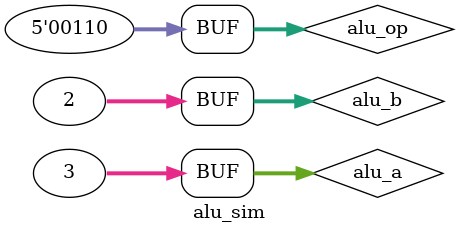
<source format=v>
`timescale 1ns / 1ps


module alu_sim;
	reg [31:0] alu_a;
	reg [31:0] alu_b;
	reg [4:0] alu_op;
	wire [31:0] alu_out;

	alu uut (
		.alu_a(alu_a), 
		.alu_b(alu_b), 
		.alu_op(alu_op), 
		.alu_out(alu_out)
	);
	initial begin	
		alu_a = 3;
		alu_b = 2;
		alu_op = 0;
		#100;
		alu_op = 0;
	#100;
		alu_op = 1;	
		#100;
		alu_op = 2;
		#100;
		alu_op = 3;
		#100;
		alu_op =4;
			#100;
		alu_op = 5;
			#100;
		alu_op = 6;
	end      
endmodule


</source>
